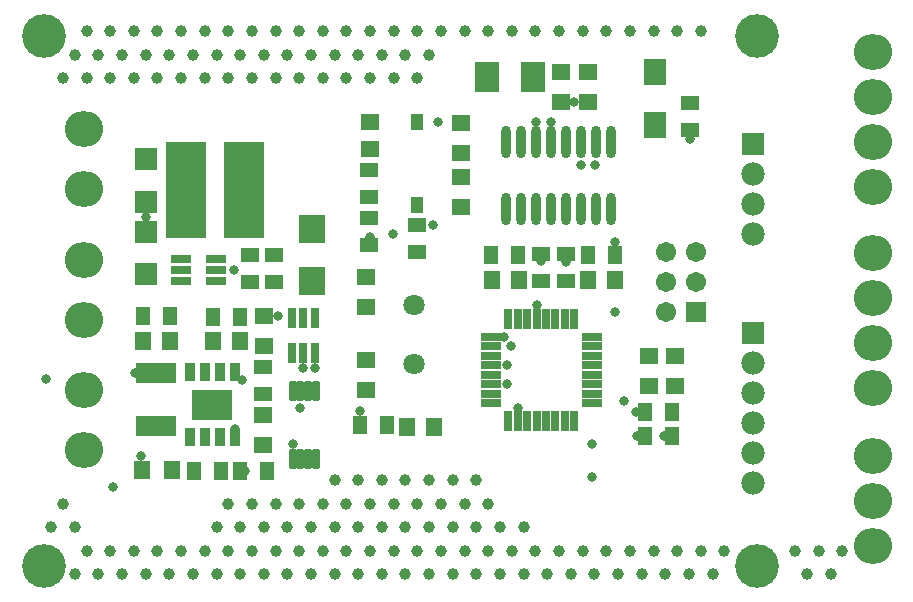
<source format=gts>
G04*
G04 #@! TF.GenerationSoftware,Altium Limited,Altium Designer,18.1.6 (161)*
G04*
G04 Layer_Color=8388736*
%FSTAX24Y24*%
%MOIN*%
G70*
G01*
G75*
%ADD43R,0.0631X0.0552*%
%ADD44R,0.0474X0.0630*%
%ADD45R,0.0630X0.0474*%
%ADD46R,0.0580X0.0630*%
%ADD47R,0.0297X0.0671*%
%ADD48R,0.0671X0.0297*%
%ADD49R,0.0749X0.0867*%
%ADD50O,0.0330X0.1080*%
%ADD51R,0.0828X0.1025*%
%ADD52R,0.0395X0.0552*%
%ADD53R,0.0630X0.0580*%
%ADD54R,0.0749X0.0749*%
%ADD55R,0.1379X0.3230*%
%ADD56R,0.0671X0.0316*%
%ADD57R,0.0915X0.0938*%
%ADD58R,0.0316X0.0671*%
G04:AMPARAMS|DCode=59|XSize=69.4mil|YSize=23.7mil|CornerRadius=6mil|HoleSize=0mil|Usage=FLASHONLY|Rotation=270.000|XOffset=0mil|YOffset=0mil|HoleType=Round|Shape=RoundedRectangle|*
%AMROUNDEDRECTD59*
21,1,0.0694,0.0118,0,0,270.0*
21,1,0.0575,0.0237,0,0,270.0*
1,1,0.0119,-0.0059,-0.0287*
1,1,0.0119,-0.0059,0.0287*
1,1,0.0119,0.0059,0.0287*
1,1,0.0119,0.0059,-0.0287*
%
%ADD59ROUNDEDRECTD59*%
%ADD60R,0.1340X0.0986*%
%ADD61R,0.0356X0.0592*%
%ADD62R,0.1379X0.0671*%
%ADD63R,0.0552X0.0631*%
%ADD64O,0.1280X0.1180*%
%ADD65R,0.0671X0.0671*%
%ADD66C,0.0671*%
%ADD67C,0.0710*%
%ADD68R,0.0780X0.0780*%
%ADD69C,0.0780*%
%ADD70C,0.0395*%
%ADD71C,0.0316*%
%ADD72C,0.1458*%
D43*
X032611Y03719D02*
D03*
Y03619D02*
D03*
X031732Y03719D02*
D03*
Y03619D02*
D03*
X02969Y045656D02*
D03*
Y046656D02*
D03*
X028811Y045656D02*
D03*
Y046656D02*
D03*
X02548Y04496D02*
D03*
Y04396D02*
D03*
Y043181D02*
D03*
Y042181D02*
D03*
X0223Y037086D02*
D03*
Y036086D02*
D03*
Y03882D02*
D03*
Y03982D02*
D03*
X01889Y03852D02*
D03*
Y03752D02*
D03*
X01888Y034231D02*
D03*
Y035231D02*
D03*
D44*
X03252Y03535D02*
D03*
X03162D02*
D03*
X03162Y03453D02*
D03*
X03252D02*
D03*
X030595Y040565D02*
D03*
X029695D02*
D03*
X02646D02*
D03*
X02736D02*
D03*
X023Y03489D02*
D03*
X0221D02*
D03*
X017205Y03851D02*
D03*
X018105D02*
D03*
X01576Y03852D02*
D03*
X01486D02*
D03*
X018115Y033376D02*
D03*
X019015D02*
D03*
X017464Y033386D02*
D03*
X016564D02*
D03*
D45*
X028965Y03971D02*
D03*
Y04061D02*
D03*
X028145Y03971D02*
D03*
Y04061D02*
D03*
X02399Y04158D02*
D03*
Y04068D02*
D03*
X02242Y04339D02*
D03*
Y04249D02*
D03*
Y0418D02*
D03*
Y0409D02*
D03*
X01925Y03966D02*
D03*
Y04056D02*
D03*
X01843Y04056D02*
D03*
Y03966D02*
D03*
X01888Y03685D02*
D03*
Y03595D02*
D03*
X03312Y04472D02*
D03*
Y04562D02*
D03*
D46*
X02972Y03974D02*
D03*
X03062D02*
D03*
X02739D02*
D03*
X02649D02*
D03*
X02458Y03485D02*
D03*
X02368D02*
D03*
X01719Y0377D02*
D03*
X01809D02*
D03*
X015775D02*
D03*
X014875D02*
D03*
D47*
X027048Y03843D02*
D03*
X027363D02*
D03*
X027678D02*
D03*
X027993D02*
D03*
X028307D02*
D03*
X028622D02*
D03*
X028937D02*
D03*
X029252D02*
D03*
Y035045D02*
D03*
X028937D02*
D03*
X028622D02*
D03*
X028307D02*
D03*
X027993D02*
D03*
X027678D02*
D03*
X027363D02*
D03*
X027048D02*
D03*
D48*
X029843Y03784D02*
D03*
Y037525D02*
D03*
Y03721D02*
D03*
Y036895D02*
D03*
Y03658D02*
D03*
Y036265D02*
D03*
Y03595D02*
D03*
Y035635D02*
D03*
X026457D02*
D03*
Y03595D02*
D03*
Y036265D02*
D03*
Y03658D02*
D03*
Y036895D02*
D03*
Y03721D02*
D03*
Y037525D02*
D03*
Y03784D02*
D03*
D49*
X03195Y046676D02*
D03*
Y044905D02*
D03*
D50*
X03046Y044337D02*
D03*
X02996D02*
D03*
X02946D02*
D03*
X02896D02*
D03*
X02846D02*
D03*
X02796D02*
D03*
X02746D02*
D03*
X02696D02*
D03*
X03046Y04209D02*
D03*
X02996D02*
D03*
X02946D02*
D03*
X02896D02*
D03*
X02846D02*
D03*
X02796D02*
D03*
X02746D02*
D03*
X02696D02*
D03*
D51*
X02634Y0465D02*
D03*
X02788D02*
D03*
D52*
X02399Y044988D02*
D03*
Y042232D02*
D03*
D53*
X022435Y04499D02*
D03*
Y04409D02*
D03*
D54*
X01498Y04377D02*
D03*
Y04235D02*
D03*
Y03993D02*
D03*
Y04135D02*
D03*
D55*
X01629Y04274D02*
D03*
X01824D02*
D03*
D56*
X016139Y04007D02*
D03*
X017321Y039696D02*
D03*
Y04007D02*
D03*
Y040444D02*
D03*
X016139D02*
D03*
Y039696D02*
D03*
D57*
X0205Y041452D02*
D03*
Y039708D02*
D03*
D58*
X020219Y038481D02*
D03*
X019845Y037299D02*
D03*
X020219D02*
D03*
X020593D02*
D03*
Y038481D02*
D03*
X019845D02*
D03*
D59*
X020626Y036024D02*
D03*
X02037D02*
D03*
X020114D02*
D03*
X019858D02*
D03*
Y033756D02*
D03*
X020114D02*
D03*
X02037D02*
D03*
X020626D02*
D03*
D60*
X01718Y03556D02*
D03*
D61*
X01693Y036653D02*
D03*
X01643D02*
D03*
X01743D02*
D03*
X01793D02*
D03*
X01693Y034487D02*
D03*
X01643D02*
D03*
X01743D02*
D03*
X01793D02*
D03*
D62*
X01529Y03665D02*
D03*
X01529Y034864D02*
D03*
D63*
X01585Y03341D02*
D03*
X01485D02*
D03*
D64*
X03919Y033865D02*
D03*
Y032365D02*
D03*
Y030865D02*
D03*
Y03615D02*
D03*
Y03765D02*
D03*
Y03915D02*
D03*
Y04065D02*
D03*
Y04282D02*
D03*
Y04432D02*
D03*
Y04582D02*
D03*
Y04732D02*
D03*
X01291Y03608D02*
D03*
Y03408D02*
D03*
Y0404D02*
D03*
Y0384D02*
D03*
X01289Y044756D02*
D03*
Y042756D02*
D03*
D65*
X03331Y03866D02*
D03*
D66*
Y03966D02*
D03*
Y04066D02*
D03*
X03231Y03866D02*
D03*
Y03966D02*
D03*
Y04066D02*
D03*
D67*
X02392Y036925D02*
D03*
Y038894D02*
D03*
D68*
X03521Y03796D02*
D03*
Y04426D02*
D03*
D69*
Y03696D02*
D03*
Y03596D02*
D03*
Y03496D02*
D03*
Y03396D02*
D03*
Y03296D02*
D03*
Y04126D02*
D03*
Y04226D02*
D03*
Y04326D02*
D03*
D70*
X038189Y030709D02*
D03*
X037795Y029921D02*
D03*
X037402Y030709D02*
D03*
X037008Y029921D02*
D03*
X036614Y030709D02*
D03*
X034252D02*
D03*
X033858Y029921D02*
D03*
X033465Y048032D02*
D03*
Y030709D02*
D03*
X033071Y029921D02*
D03*
X032677Y048032D02*
D03*
Y030709D02*
D03*
X032283Y029921D02*
D03*
X03189Y048032D02*
D03*
Y030709D02*
D03*
X031496Y029921D02*
D03*
X031102Y048032D02*
D03*
Y030709D02*
D03*
X030709Y029921D02*
D03*
X030315Y048032D02*
D03*
Y030709D02*
D03*
X029921Y029921D02*
D03*
X029528Y048032D02*
D03*
Y030709D02*
D03*
X029134Y029921D02*
D03*
X02874Y048032D02*
D03*
Y030709D02*
D03*
X028346Y029921D02*
D03*
X027953Y048032D02*
D03*
X027559Y031496D02*
D03*
X027953Y030709D02*
D03*
X027559Y029921D02*
D03*
X027165Y048032D02*
D03*
X026772Y031496D02*
D03*
X027165Y030709D02*
D03*
X026772Y029921D02*
D03*
X026378Y048032D02*
D03*
X025984Y033071D02*
D03*
X026378Y032283D02*
D03*
X025984Y031496D02*
D03*
X026378Y030709D02*
D03*
X025984Y029921D02*
D03*
X025591Y048032D02*
D03*
X025197Y033071D02*
D03*
X025591Y032283D02*
D03*
X025197Y031496D02*
D03*
X025591Y030709D02*
D03*
X025197Y029921D02*
D03*
X024803Y048032D02*
D03*
X024409Y047244D02*
D03*
Y033071D02*
D03*
X024803Y032283D02*
D03*
X024409Y031496D02*
D03*
X024803Y030709D02*
D03*
X024409Y029921D02*
D03*
X024016Y048032D02*
D03*
X023622Y047244D02*
D03*
X024016Y046457D02*
D03*
X023622Y033071D02*
D03*
X024016Y032283D02*
D03*
X023622Y031496D02*
D03*
X024016Y030709D02*
D03*
X023622Y029921D02*
D03*
X023228Y048032D02*
D03*
X022835Y047244D02*
D03*
X023228Y046457D02*
D03*
X022835Y033071D02*
D03*
X023228Y032283D02*
D03*
X022835Y031496D02*
D03*
X023228Y030709D02*
D03*
X022835Y029921D02*
D03*
X022441Y048032D02*
D03*
X022047Y047244D02*
D03*
X022441Y046457D02*
D03*
X022047Y033071D02*
D03*
X022441Y032283D02*
D03*
X022047Y031496D02*
D03*
X022441Y030709D02*
D03*
X022047Y029921D02*
D03*
X021654Y048032D02*
D03*
X02126Y047244D02*
D03*
X021654Y046457D02*
D03*
X02126Y033071D02*
D03*
X021654Y032283D02*
D03*
X02126Y031496D02*
D03*
X021654Y030709D02*
D03*
X02126Y029921D02*
D03*
X020866Y048032D02*
D03*
X020472Y047244D02*
D03*
X020866Y046457D02*
D03*
Y032283D02*
D03*
X020472Y031496D02*
D03*
X020866Y030709D02*
D03*
X020472Y029921D02*
D03*
X020079Y048032D02*
D03*
X019685Y047244D02*
D03*
X020079Y046457D02*
D03*
Y032283D02*
D03*
X019685Y031496D02*
D03*
X020079Y030709D02*
D03*
X019685Y029921D02*
D03*
X019291Y048032D02*
D03*
X018898Y047244D02*
D03*
X019291Y046457D02*
D03*
Y032283D02*
D03*
X018898Y031496D02*
D03*
X019291Y030709D02*
D03*
X018898Y029921D02*
D03*
X018504Y048032D02*
D03*
X01811Y047244D02*
D03*
X018504Y046457D02*
D03*
Y032283D02*
D03*
X01811Y031496D02*
D03*
X018504Y030709D02*
D03*
X01811Y029921D02*
D03*
X017717Y048032D02*
D03*
X017323Y047244D02*
D03*
X017717Y046457D02*
D03*
Y032283D02*
D03*
X017323Y031496D02*
D03*
X017717Y030709D02*
D03*
X017323Y029921D02*
D03*
X016929Y048032D02*
D03*
X016535Y047244D02*
D03*
X016929Y046457D02*
D03*
Y030709D02*
D03*
X016535Y029921D02*
D03*
X016142Y048032D02*
D03*
X015748Y047244D02*
D03*
X016142Y046457D02*
D03*
Y030709D02*
D03*
X015748Y029921D02*
D03*
X015354Y048032D02*
D03*
X014961Y047244D02*
D03*
X015354Y046457D02*
D03*
Y030709D02*
D03*
X014961Y029921D02*
D03*
X014567Y048032D02*
D03*
X014173Y047244D02*
D03*
X014567Y046457D02*
D03*
Y030709D02*
D03*
X014173Y029921D02*
D03*
X01378Y048032D02*
D03*
X013386Y047244D02*
D03*
X01378Y046457D02*
D03*
Y030709D02*
D03*
X013386Y029921D02*
D03*
X012992Y048032D02*
D03*
X012598Y047244D02*
D03*
X012992Y046457D02*
D03*
X012598Y031496D02*
D03*
X012992Y030709D02*
D03*
X012598Y029921D02*
D03*
X012205Y046457D02*
D03*
Y032283D02*
D03*
X011811Y031496D02*
D03*
D71*
X01165Y03642D02*
D03*
X01388Y03284D02*
D03*
X0232Y04127D02*
D03*
X02211Y03537D02*
D03*
X02702Y03691D02*
D03*
X02701Y036265D02*
D03*
X03223Y03452D02*
D03*
X030595Y038655D02*
D03*
X0309Y0357D02*
D03*
X030595Y041D02*
D03*
X03135Y03452D02*
D03*
X03312Y04442D02*
D03*
X02453Y04158D02*
D03*
X027993Y03889D02*
D03*
X027363Y035473D02*
D03*
X0313Y03534D02*
D03*
X02983Y03316D02*
D03*
X02846Y045D02*
D03*
X02797Y04499D02*
D03*
X02897Y04035D02*
D03*
X02715Y03754D02*
D03*
X02692Y03784D02*
D03*
X02472Y044988D02*
D03*
X02923Y045656D02*
D03*
X02994Y04356D02*
D03*
X02946Y04358D02*
D03*
X028145Y04038D02*
D03*
X02983Y03428D02*
D03*
X02245Y04118D02*
D03*
X01498Y04184D02*
D03*
X01792Y04007D02*
D03*
X019858Y034272D02*
D03*
X020593Y036787D02*
D03*
X020114Y03548D02*
D03*
X01938Y03852D02*
D03*
X02021Y03681D02*
D03*
X01828Y033376D02*
D03*
X01818Y036403D02*
D03*
X01793Y03476D02*
D03*
X01481Y03387D02*
D03*
X0146Y03665D02*
D03*
D72*
X03533Y03021D02*
D03*
X01156D02*
D03*
X03533Y04787D02*
D03*
X01156D02*
D03*
M02*

</source>
